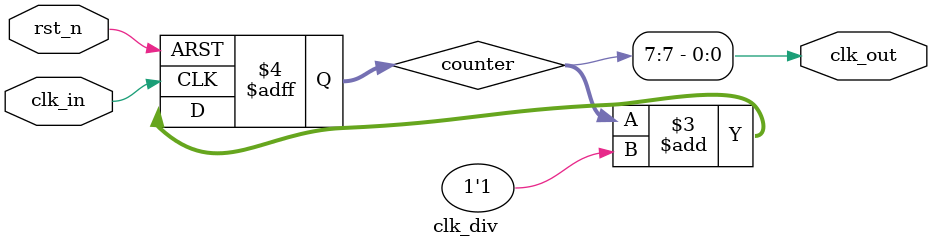
<source format=v>
module clk_div (
    input  wire clk_in,     // Input clock
    input  wire rst_n,      // Active low reset
    output wire clk_out    // Output clock (divided by 256)
);

    // 8-bit counter (since 2^8 = 256)
    reg [7:0] counter;

    // Counter logic
    always @(posedge clk_in or negedge rst_n) begin
        if (!rst_n) begin
            counter <= 8'b0;
        end else begin
            counter <= counter + 1'b1;
        end
    end

    // Use the MSB of the counter as the output clock
    // This creates a divide-by-256 clock
    assign clk_out = counter[7];

endmodule
</source>
